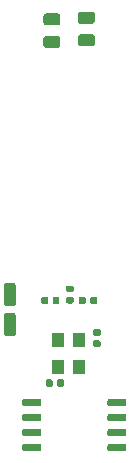
<source format=gbr>
G04 #@! TF.GenerationSoftware,KiCad,Pcbnew,5.1.5+dfsg1-2build2*
G04 #@! TF.CreationDate,2023-02-25T19:10:51+00:00*
G04 #@! TF.ProjectId,video-ram-replacement,76696465-6f2d-4726-916d-2d7265706c61,rev?*
G04 #@! TF.SameCoordinates,Original*
G04 #@! TF.FileFunction,Paste,Bot*
G04 #@! TF.FilePolarity,Positive*
%FSLAX46Y46*%
G04 Gerber Fmt 4.6, Leading zero omitted, Abs format (unit mm)*
G04 Created by KiCad (PCBNEW 5.1.5+dfsg1-2build2) date 2023-02-25 19:10:51*
%MOMM*%
%LPD*%
G04 APERTURE LIST*
%ADD10R,1.100000X1.300000*%
%ADD11C,0.150000*%
G04 APERTURE END LIST*
D10*
X102622000Y-116645000D03*
X100822000Y-118935000D03*
X102622000Y-118945000D03*
X100832000Y-116635000D03*
D11*
G36*
X97048504Y-111777204D02*
G01*
X97072773Y-111780804D01*
X97096571Y-111786765D01*
X97119671Y-111795030D01*
X97141849Y-111805520D01*
X97162893Y-111818133D01*
X97182598Y-111832747D01*
X97200777Y-111849223D01*
X97217253Y-111867402D01*
X97231867Y-111887107D01*
X97244480Y-111908151D01*
X97254970Y-111930329D01*
X97263235Y-111953429D01*
X97269196Y-111977227D01*
X97272796Y-112001496D01*
X97274000Y-112026000D01*
X97274000Y-113526000D01*
X97272796Y-113550504D01*
X97269196Y-113574773D01*
X97263235Y-113598571D01*
X97254970Y-113621671D01*
X97244480Y-113643849D01*
X97231867Y-113664893D01*
X97217253Y-113684598D01*
X97200777Y-113702777D01*
X97182598Y-113719253D01*
X97162893Y-113733867D01*
X97141849Y-113746480D01*
X97119671Y-113756970D01*
X97096571Y-113765235D01*
X97072773Y-113771196D01*
X97048504Y-113774796D01*
X97024000Y-113776000D01*
X96524000Y-113776000D01*
X96499496Y-113774796D01*
X96475227Y-113771196D01*
X96451429Y-113765235D01*
X96428329Y-113756970D01*
X96406151Y-113746480D01*
X96385107Y-113733867D01*
X96365402Y-113719253D01*
X96347223Y-113702777D01*
X96330747Y-113684598D01*
X96316133Y-113664893D01*
X96303520Y-113643849D01*
X96293030Y-113621671D01*
X96284765Y-113598571D01*
X96278804Y-113574773D01*
X96275204Y-113550504D01*
X96274000Y-113526000D01*
X96274000Y-112026000D01*
X96275204Y-112001496D01*
X96278804Y-111977227D01*
X96284765Y-111953429D01*
X96293030Y-111930329D01*
X96303520Y-111908151D01*
X96316133Y-111887107D01*
X96330747Y-111867402D01*
X96347223Y-111849223D01*
X96365402Y-111832747D01*
X96385107Y-111818133D01*
X96406151Y-111805520D01*
X96428329Y-111795030D01*
X96451429Y-111786765D01*
X96475227Y-111780804D01*
X96499496Y-111777204D01*
X96524000Y-111776000D01*
X97024000Y-111776000D01*
X97048504Y-111777204D01*
G37*
G36*
X97048504Y-114317204D02*
G01*
X97072773Y-114320804D01*
X97096571Y-114326765D01*
X97119671Y-114335030D01*
X97141849Y-114345520D01*
X97162893Y-114358133D01*
X97182598Y-114372747D01*
X97200777Y-114389223D01*
X97217253Y-114407402D01*
X97231867Y-114427107D01*
X97244480Y-114448151D01*
X97254970Y-114470329D01*
X97263235Y-114493429D01*
X97269196Y-114517227D01*
X97272796Y-114541496D01*
X97274000Y-114566000D01*
X97274000Y-116066000D01*
X97272796Y-116090504D01*
X97269196Y-116114773D01*
X97263235Y-116138571D01*
X97254970Y-116161671D01*
X97244480Y-116183849D01*
X97231867Y-116204893D01*
X97217253Y-116224598D01*
X97200777Y-116242777D01*
X97182598Y-116259253D01*
X97162893Y-116273867D01*
X97141849Y-116286480D01*
X97119671Y-116296970D01*
X97096571Y-116305235D01*
X97072773Y-116311196D01*
X97048504Y-116314796D01*
X97024000Y-116316000D01*
X96524000Y-116316000D01*
X96499496Y-116314796D01*
X96475227Y-116311196D01*
X96451429Y-116305235D01*
X96428329Y-116296970D01*
X96406151Y-116286480D01*
X96385107Y-116273867D01*
X96365402Y-116259253D01*
X96347223Y-116242777D01*
X96330747Y-116224598D01*
X96316133Y-116204893D01*
X96303520Y-116183849D01*
X96293030Y-116161671D01*
X96284765Y-116138571D01*
X96278804Y-116114773D01*
X96275204Y-116090504D01*
X96274000Y-116066000D01*
X96274000Y-114566000D01*
X96275204Y-114541496D01*
X96278804Y-114517227D01*
X96284765Y-114493429D01*
X96293030Y-114470329D01*
X96303520Y-114448151D01*
X96316133Y-114427107D01*
X96330747Y-114407402D01*
X96347223Y-114389223D01*
X96365402Y-114372747D01*
X96385107Y-114358133D01*
X96406151Y-114345520D01*
X96428329Y-114335030D01*
X96451429Y-114326765D01*
X96475227Y-114320804D01*
X96499496Y-114317204D01*
X96524000Y-114316000D01*
X97024000Y-114316000D01*
X97048504Y-114317204D01*
G37*
G36*
X99299703Y-121620722D02*
G01*
X99314264Y-121622882D01*
X99328543Y-121626459D01*
X99342403Y-121631418D01*
X99355710Y-121637712D01*
X99368336Y-121645280D01*
X99380159Y-121654048D01*
X99391066Y-121663934D01*
X99400952Y-121674841D01*
X99409720Y-121686664D01*
X99417288Y-121699290D01*
X99423582Y-121712597D01*
X99428541Y-121726457D01*
X99432118Y-121740736D01*
X99434278Y-121755297D01*
X99435000Y-121770000D01*
X99435000Y-122070000D01*
X99434278Y-122084703D01*
X99432118Y-122099264D01*
X99428541Y-122113543D01*
X99423582Y-122127403D01*
X99417288Y-122140710D01*
X99409720Y-122153336D01*
X99400952Y-122165159D01*
X99391066Y-122176066D01*
X99380159Y-122185952D01*
X99368336Y-122194720D01*
X99355710Y-122202288D01*
X99342403Y-122208582D01*
X99328543Y-122213541D01*
X99314264Y-122217118D01*
X99299703Y-122219278D01*
X99285000Y-122220000D01*
X97985000Y-122220000D01*
X97970297Y-122219278D01*
X97955736Y-122217118D01*
X97941457Y-122213541D01*
X97927597Y-122208582D01*
X97914290Y-122202288D01*
X97901664Y-122194720D01*
X97889841Y-122185952D01*
X97878934Y-122176066D01*
X97869048Y-122165159D01*
X97860280Y-122153336D01*
X97852712Y-122140710D01*
X97846418Y-122127403D01*
X97841459Y-122113543D01*
X97837882Y-122099264D01*
X97835722Y-122084703D01*
X97835000Y-122070000D01*
X97835000Y-121770000D01*
X97835722Y-121755297D01*
X97837882Y-121740736D01*
X97841459Y-121726457D01*
X97846418Y-121712597D01*
X97852712Y-121699290D01*
X97860280Y-121686664D01*
X97869048Y-121674841D01*
X97878934Y-121663934D01*
X97889841Y-121654048D01*
X97901664Y-121645280D01*
X97914290Y-121637712D01*
X97927597Y-121631418D01*
X97941457Y-121626459D01*
X97955736Y-121622882D01*
X97970297Y-121620722D01*
X97985000Y-121620000D01*
X99285000Y-121620000D01*
X99299703Y-121620722D01*
G37*
G36*
X99299703Y-122890722D02*
G01*
X99314264Y-122892882D01*
X99328543Y-122896459D01*
X99342403Y-122901418D01*
X99355710Y-122907712D01*
X99368336Y-122915280D01*
X99380159Y-122924048D01*
X99391066Y-122933934D01*
X99400952Y-122944841D01*
X99409720Y-122956664D01*
X99417288Y-122969290D01*
X99423582Y-122982597D01*
X99428541Y-122996457D01*
X99432118Y-123010736D01*
X99434278Y-123025297D01*
X99435000Y-123040000D01*
X99435000Y-123340000D01*
X99434278Y-123354703D01*
X99432118Y-123369264D01*
X99428541Y-123383543D01*
X99423582Y-123397403D01*
X99417288Y-123410710D01*
X99409720Y-123423336D01*
X99400952Y-123435159D01*
X99391066Y-123446066D01*
X99380159Y-123455952D01*
X99368336Y-123464720D01*
X99355710Y-123472288D01*
X99342403Y-123478582D01*
X99328543Y-123483541D01*
X99314264Y-123487118D01*
X99299703Y-123489278D01*
X99285000Y-123490000D01*
X97985000Y-123490000D01*
X97970297Y-123489278D01*
X97955736Y-123487118D01*
X97941457Y-123483541D01*
X97927597Y-123478582D01*
X97914290Y-123472288D01*
X97901664Y-123464720D01*
X97889841Y-123455952D01*
X97878934Y-123446066D01*
X97869048Y-123435159D01*
X97860280Y-123423336D01*
X97852712Y-123410710D01*
X97846418Y-123397403D01*
X97841459Y-123383543D01*
X97837882Y-123369264D01*
X97835722Y-123354703D01*
X97835000Y-123340000D01*
X97835000Y-123040000D01*
X97835722Y-123025297D01*
X97837882Y-123010736D01*
X97841459Y-122996457D01*
X97846418Y-122982597D01*
X97852712Y-122969290D01*
X97860280Y-122956664D01*
X97869048Y-122944841D01*
X97878934Y-122933934D01*
X97889841Y-122924048D01*
X97901664Y-122915280D01*
X97914290Y-122907712D01*
X97927597Y-122901418D01*
X97941457Y-122896459D01*
X97955736Y-122892882D01*
X97970297Y-122890722D01*
X97985000Y-122890000D01*
X99285000Y-122890000D01*
X99299703Y-122890722D01*
G37*
G36*
X99299703Y-124160722D02*
G01*
X99314264Y-124162882D01*
X99328543Y-124166459D01*
X99342403Y-124171418D01*
X99355710Y-124177712D01*
X99368336Y-124185280D01*
X99380159Y-124194048D01*
X99391066Y-124203934D01*
X99400952Y-124214841D01*
X99409720Y-124226664D01*
X99417288Y-124239290D01*
X99423582Y-124252597D01*
X99428541Y-124266457D01*
X99432118Y-124280736D01*
X99434278Y-124295297D01*
X99435000Y-124310000D01*
X99435000Y-124610000D01*
X99434278Y-124624703D01*
X99432118Y-124639264D01*
X99428541Y-124653543D01*
X99423582Y-124667403D01*
X99417288Y-124680710D01*
X99409720Y-124693336D01*
X99400952Y-124705159D01*
X99391066Y-124716066D01*
X99380159Y-124725952D01*
X99368336Y-124734720D01*
X99355710Y-124742288D01*
X99342403Y-124748582D01*
X99328543Y-124753541D01*
X99314264Y-124757118D01*
X99299703Y-124759278D01*
X99285000Y-124760000D01*
X97985000Y-124760000D01*
X97970297Y-124759278D01*
X97955736Y-124757118D01*
X97941457Y-124753541D01*
X97927597Y-124748582D01*
X97914290Y-124742288D01*
X97901664Y-124734720D01*
X97889841Y-124725952D01*
X97878934Y-124716066D01*
X97869048Y-124705159D01*
X97860280Y-124693336D01*
X97852712Y-124680710D01*
X97846418Y-124667403D01*
X97841459Y-124653543D01*
X97837882Y-124639264D01*
X97835722Y-124624703D01*
X97835000Y-124610000D01*
X97835000Y-124310000D01*
X97835722Y-124295297D01*
X97837882Y-124280736D01*
X97841459Y-124266457D01*
X97846418Y-124252597D01*
X97852712Y-124239290D01*
X97860280Y-124226664D01*
X97869048Y-124214841D01*
X97878934Y-124203934D01*
X97889841Y-124194048D01*
X97901664Y-124185280D01*
X97914290Y-124177712D01*
X97927597Y-124171418D01*
X97941457Y-124166459D01*
X97955736Y-124162882D01*
X97970297Y-124160722D01*
X97985000Y-124160000D01*
X99285000Y-124160000D01*
X99299703Y-124160722D01*
G37*
G36*
X99299703Y-125430722D02*
G01*
X99314264Y-125432882D01*
X99328543Y-125436459D01*
X99342403Y-125441418D01*
X99355710Y-125447712D01*
X99368336Y-125455280D01*
X99380159Y-125464048D01*
X99391066Y-125473934D01*
X99400952Y-125484841D01*
X99409720Y-125496664D01*
X99417288Y-125509290D01*
X99423582Y-125522597D01*
X99428541Y-125536457D01*
X99432118Y-125550736D01*
X99434278Y-125565297D01*
X99435000Y-125580000D01*
X99435000Y-125880000D01*
X99434278Y-125894703D01*
X99432118Y-125909264D01*
X99428541Y-125923543D01*
X99423582Y-125937403D01*
X99417288Y-125950710D01*
X99409720Y-125963336D01*
X99400952Y-125975159D01*
X99391066Y-125986066D01*
X99380159Y-125995952D01*
X99368336Y-126004720D01*
X99355710Y-126012288D01*
X99342403Y-126018582D01*
X99328543Y-126023541D01*
X99314264Y-126027118D01*
X99299703Y-126029278D01*
X99285000Y-126030000D01*
X97985000Y-126030000D01*
X97970297Y-126029278D01*
X97955736Y-126027118D01*
X97941457Y-126023541D01*
X97927597Y-126018582D01*
X97914290Y-126012288D01*
X97901664Y-126004720D01*
X97889841Y-125995952D01*
X97878934Y-125986066D01*
X97869048Y-125975159D01*
X97860280Y-125963336D01*
X97852712Y-125950710D01*
X97846418Y-125937403D01*
X97841459Y-125923543D01*
X97837882Y-125909264D01*
X97835722Y-125894703D01*
X97835000Y-125880000D01*
X97835000Y-125580000D01*
X97835722Y-125565297D01*
X97837882Y-125550736D01*
X97841459Y-125536457D01*
X97846418Y-125522597D01*
X97852712Y-125509290D01*
X97860280Y-125496664D01*
X97869048Y-125484841D01*
X97878934Y-125473934D01*
X97889841Y-125464048D01*
X97901664Y-125455280D01*
X97914290Y-125447712D01*
X97927597Y-125441418D01*
X97941457Y-125436459D01*
X97955736Y-125432882D01*
X97970297Y-125430722D01*
X97985000Y-125430000D01*
X99285000Y-125430000D01*
X99299703Y-125430722D01*
G37*
G36*
X106499703Y-125430722D02*
G01*
X106514264Y-125432882D01*
X106528543Y-125436459D01*
X106542403Y-125441418D01*
X106555710Y-125447712D01*
X106568336Y-125455280D01*
X106580159Y-125464048D01*
X106591066Y-125473934D01*
X106600952Y-125484841D01*
X106609720Y-125496664D01*
X106617288Y-125509290D01*
X106623582Y-125522597D01*
X106628541Y-125536457D01*
X106632118Y-125550736D01*
X106634278Y-125565297D01*
X106635000Y-125580000D01*
X106635000Y-125880000D01*
X106634278Y-125894703D01*
X106632118Y-125909264D01*
X106628541Y-125923543D01*
X106623582Y-125937403D01*
X106617288Y-125950710D01*
X106609720Y-125963336D01*
X106600952Y-125975159D01*
X106591066Y-125986066D01*
X106580159Y-125995952D01*
X106568336Y-126004720D01*
X106555710Y-126012288D01*
X106542403Y-126018582D01*
X106528543Y-126023541D01*
X106514264Y-126027118D01*
X106499703Y-126029278D01*
X106485000Y-126030000D01*
X105185000Y-126030000D01*
X105170297Y-126029278D01*
X105155736Y-126027118D01*
X105141457Y-126023541D01*
X105127597Y-126018582D01*
X105114290Y-126012288D01*
X105101664Y-126004720D01*
X105089841Y-125995952D01*
X105078934Y-125986066D01*
X105069048Y-125975159D01*
X105060280Y-125963336D01*
X105052712Y-125950710D01*
X105046418Y-125937403D01*
X105041459Y-125923543D01*
X105037882Y-125909264D01*
X105035722Y-125894703D01*
X105035000Y-125880000D01*
X105035000Y-125580000D01*
X105035722Y-125565297D01*
X105037882Y-125550736D01*
X105041459Y-125536457D01*
X105046418Y-125522597D01*
X105052712Y-125509290D01*
X105060280Y-125496664D01*
X105069048Y-125484841D01*
X105078934Y-125473934D01*
X105089841Y-125464048D01*
X105101664Y-125455280D01*
X105114290Y-125447712D01*
X105127597Y-125441418D01*
X105141457Y-125436459D01*
X105155736Y-125432882D01*
X105170297Y-125430722D01*
X105185000Y-125430000D01*
X106485000Y-125430000D01*
X106499703Y-125430722D01*
G37*
G36*
X106499703Y-124160722D02*
G01*
X106514264Y-124162882D01*
X106528543Y-124166459D01*
X106542403Y-124171418D01*
X106555710Y-124177712D01*
X106568336Y-124185280D01*
X106580159Y-124194048D01*
X106591066Y-124203934D01*
X106600952Y-124214841D01*
X106609720Y-124226664D01*
X106617288Y-124239290D01*
X106623582Y-124252597D01*
X106628541Y-124266457D01*
X106632118Y-124280736D01*
X106634278Y-124295297D01*
X106635000Y-124310000D01*
X106635000Y-124610000D01*
X106634278Y-124624703D01*
X106632118Y-124639264D01*
X106628541Y-124653543D01*
X106623582Y-124667403D01*
X106617288Y-124680710D01*
X106609720Y-124693336D01*
X106600952Y-124705159D01*
X106591066Y-124716066D01*
X106580159Y-124725952D01*
X106568336Y-124734720D01*
X106555710Y-124742288D01*
X106542403Y-124748582D01*
X106528543Y-124753541D01*
X106514264Y-124757118D01*
X106499703Y-124759278D01*
X106485000Y-124760000D01*
X105185000Y-124760000D01*
X105170297Y-124759278D01*
X105155736Y-124757118D01*
X105141457Y-124753541D01*
X105127597Y-124748582D01*
X105114290Y-124742288D01*
X105101664Y-124734720D01*
X105089841Y-124725952D01*
X105078934Y-124716066D01*
X105069048Y-124705159D01*
X105060280Y-124693336D01*
X105052712Y-124680710D01*
X105046418Y-124667403D01*
X105041459Y-124653543D01*
X105037882Y-124639264D01*
X105035722Y-124624703D01*
X105035000Y-124610000D01*
X105035000Y-124310000D01*
X105035722Y-124295297D01*
X105037882Y-124280736D01*
X105041459Y-124266457D01*
X105046418Y-124252597D01*
X105052712Y-124239290D01*
X105060280Y-124226664D01*
X105069048Y-124214841D01*
X105078934Y-124203934D01*
X105089841Y-124194048D01*
X105101664Y-124185280D01*
X105114290Y-124177712D01*
X105127597Y-124171418D01*
X105141457Y-124166459D01*
X105155736Y-124162882D01*
X105170297Y-124160722D01*
X105185000Y-124160000D01*
X106485000Y-124160000D01*
X106499703Y-124160722D01*
G37*
G36*
X106499703Y-122890722D02*
G01*
X106514264Y-122892882D01*
X106528543Y-122896459D01*
X106542403Y-122901418D01*
X106555710Y-122907712D01*
X106568336Y-122915280D01*
X106580159Y-122924048D01*
X106591066Y-122933934D01*
X106600952Y-122944841D01*
X106609720Y-122956664D01*
X106617288Y-122969290D01*
X106623582Y-122982597D01*
X106628541Y-122996457D01*
X106632118Y-123010736D01*
X106634278Y-123025297D01*
X106635000Y-123040000D01*
X106635000Y-123340000D01*
X106634278Y-123354703D01*
X106632118Y-123369264D01*
X106628541Y-123383543D01*
X106623582Y-123397403D01*
X106617288Y-123410710D01*
X106609720Y-123423336D01*
X106600952Y-123435159D01*
X106591066Y-123446066D01*
X106580159Y-123455952D01*
X106568336Y-123464720D01*
X106555710Y-123472288D01*
X106542403Y-123478582D01*
X106528543Y-123483541D01*
X106514264Y-123487118D01*
X106499703Y-123489278D01*
X106485000Y-123490000D01*
X105185000Y-123490000D01*
X105170297Y-123489278D01*
X105155736Y-123487118D01*
X105141457Y-123483541D01*
X105127597Y-123478582D01*
X105114290Y-123472288D01*
X105101664Y-123464720D01*
X105089841Y-123455952D01*
X105078934Y-123446066D01*
X105069048Y-123435159D01*
X105060280Y-123423336D01*
X105052712Y-123410710D01*
X105046418Y-123397403D01*
X105041459Y-123383543D01*
X105037882Y-123369264D01*
X105035722Y-123354703D01*
X105035000Y-123340000D01*
X105035000Y-123040000D01*
X105035722Y-123025297D01*
X105037882Y-123010736D01*
X105041459Y-122996457D01*
X105046418Y-122982597D01*
X105052712Y-122969290D01*
X105060280Y-122956664D01*
X105069048Y-122944841D01*
X105078934Y-122933934D01*
X105089841Y-122924048D01*
X105101664Y-122915280D01*
X105114290Y-122907712D01*
X105127597Y-122901418D01*
X105141457Y-122896459D01*
X105155736Y-122892882D01*
X105170297Y-122890722D01*
X105185000Y-122890000D01*
X106485000Y-122890000D01*
X106499703Y-122890722D01*
G37*
G36*
X106499703Y-121620722D02*
G01*
X106514264Y-121622882D01*
X106528543Y-121626459D01*
X106542403Y-121631418D01*
X106555710Y-121637712D01*
X106568336Y-121645280D01*
X106580159Y-121654048D01*
X106591066Y-121663934D01*
X106600952Y-121674841D01*
X106609720Y-121686664D01*
X106617288Y-121699290D01*
X106623582Y-121712597D01*
X106628541Y-121726457D01*
X106632118Y-121740736D01*
X106634278Y-121755297D01*
X106635000Y-121770000D01*
X106635000Y-122070000D01*
X106634278Y-122084703D01*
X106632118Y-122099264D01*
X106628541Y-122113543D01*
X106623582Y-122127403D01*
X106617288Y-122140710D01*
X106609720Y-122153336D01*
X106600952Y-122165159D01*
X106591066Y-122176066D01*
X106580159Y-122185952D01*
X106568336Y-122194720D01*
X106555710Y-122202288D01*
X106542403Y-122208582D01*
X106528543Y-122213541D01*
X106514264Y-122217118D01*
X106499703Y-122219278D01*
X106485000Y-122220000D01*
X105185000Y-122220000D01*
X105170297Y-122219278D01*
X105155736Y-122217118D01*
X105141457Y-122213541D01*
X105127597Y-122208582D01*
X105114290Y-122202288D01*
X105101664Y-122194720D01*
X105089841Y-122185952D01*
X105078934Y-122176066D01*
X105069048Y-122165159D01*
X105060280Y-122153336D01*
X105052712Y-122140710D01*
X105046418Y-122127403D01*
X105041459Y-122113543D01*
X105037882Y-122099264D01*
X105035722Y-122084703D01*
X105035000Y-122070000D01*
X105035000Y-121770000D01*
X105035722Y-121755297D01*
X105037882Y-121740736D01*
X105041459Y-121726457D01*
X105046418Y-121712597D01*
X105052712Y-121699290D01*
X105060280Y-121686664D01*
X105069048Y-121674841D01*
X105078934Y-121663934D01*
X105089841Y-121654048D01*
X105101664Y-121645280D01*
X105114290Y-121637712D01*
X105127597Y-121631418D01*
X105141457Y-121626459D01*
X105155736Y-121622882D01*
X105170297Y-121620722D01*
X105185000Y-121620000D01*
X106485000Y-121620000D01*
X106499703Y-121620722D01*
G37*
G36*
X103750504Y-88848204D02*
G01*
X103774773Y-88851804D01*
X103798571Y-88857765D01*
X103821671Y-88866030D01*
X103843849Y-88876520D01*
X103864893Y-88889133D01*
X103884598Y-88903747D01*
X103902777Y-88920223D01*
X103919253Y-88938402D01*
X103933867Y-88958107D01*
X103946480Y-88979151D01*
X103956970Y-89001329D01*
X103965235Y-89024429D01*
X103971196Y-89048227D01*
X103974796Y-89072496D01*
X103976000Y-89097000D01*
X103976000Y-89597000D01*
X103974796Y-89621504D01*
X103971196Y-89645773D01*
X103965235Y-89669571D01*
X103956970Y-89692671D01*
X103946480Y-89714849D01*
X103933867Y-89735893D01*
X103919253Y-89755598D01*
X103902777Y-89773777D01*
X103884598Y-89790253D01*
X103864893Y-89804867D01*
X103843849Y-89817480D01*
X103821671Y-89827970D01*
X103798571Y-89836235D01*
X103774773Y-89842196D01*
X103750504Y-89845796D01*
X103726000Y-89847000D01*
X102776000Y-89847000D01*
X102751496Y-89845796D01*
X102727227Y-89842196D01*
X102703429Y-89836235D01*
X102680329Y-89827970D01*
X102658151Y-89817480D01*
X102637107Y-89804867D01*
X102617402Y-89790253D01*
X102599223Y-89773777D01*
X102582747Y-89755598D01*
X102568133Y-89735893D01*
X102555520Y-89714849D01*
X102545030Y-89692671D01*
X102536765Y-89669571D01*
X102530804Y-89645773D01*
X102527204Y-89621504D01*
X102526000Y-89597000D01*
X102526000Y-89097000D01*
X102527204Y-89072496D01*
X102530804Y-89048227D01*
X102536765Y-89024429D01*
X102545030Y-89001329D01*
X102555520Y-88979151D01*
X102568133Y-88958107D01*
X102582747Y-88938402D01*
X102599223Y-88920223D01*
X102617402Y-88903747D01*
X102637107Y-88889133D01*
X102658151Y-88876520D01*
X102680329Y-88866030D01*
X102703429Y-88857765D01*
X102727227Y-88851804D01*
X102751496Y-88848204D01*
X102776000Y-88847000D01*
X103726000Y-88847000D01*
X103750504Y-88848204D01*
G37*
G36*
X103750504Y-90748204D02*
G01*
X103774773Y-90751804D01*
X103798571Y-90757765D01*
X103821671Y-90766030D01*
X103843849Y-90776520D01*
X103864893Y-90789133D01*
X103884598Y-90803747D01*
X103902777Y-90820223D01*
X103919253Y-90838402D01*
X103933867Y-90858107D01*
X103946480Y-90879151D01*
X103956970Y-90901329D01*
X103965235Y-90924429D01*
X103971196Y-90948227D01*
X103974796Y-90972496D01*
X103976000Y-90997000D01*
X103976000Y-91497000D01*
X103974796Y-91521504D01*
X103971196Y-91545773D01*
X103965235Y-91569571D01*
X103956970Y-91592671D01*
X103946480Y-91614849D01*
X103933867Y-91635893D01*
X103919253Y-91655598D01*
X103902777Y-91673777D01*
X103884598Y-91690253D01*
X103864893Y-91704867D01*
X103843849Y-91717480D01*
X103821671Y-91727970D01*
X103798571Y-91736235D01*
X103774773Y-91742196D01*
X103750504Y-91745796D01*
X103726000Y-91747000D01*
X102776000Y-91747000D01*
X102751496Y-91745796D01*
X102727227Y-91742196D01*
X102703429Y-91736235D01*
X102680329Y-91727970D01*
X102658151Y-91717480D01*
X102637107Y-91704867D01*
X102617402Y-91690253D01*
X102599223Y-91673777D01*
X102582747Y-91655598D01*
X102568133Y-91635893D01*
X102555520Y-91614849D01*
X102545030Y-91592671D01*
X102536765Y-91569571D01*
X102530804Y-91545773D01*
X102527204Y-91521504D01*
X102526000Y-91497000D01*
X102526000Y-90997000D01*
X102527204Y-90972496D01*
X102530804Y-90948227D01*
X102536765Y-90924429D01*
X102545030Y-90901329D01*
X102555520Y-90879151D01*
X102568133Y-90858107D01*
X102582747Y-90838402D01*
X102599223Y-90820223D01*
X102617402Y-90803747D01*
X102637107Y-90789133D01*
X102658151Y-90776520D01*
X102680329Y-90766030D01*
X102703429Y-90757765D01*
X102727227Y-90751804D01*
X102751496Y-90748204D01*
X102776000Y-90747000D01*
X103726000Y-90747000D01*
X103750504Y-90748204D01*
G37*
G36*
X100829504Y-90875204D02*
G01*
X100853773Y-90878804D01*
X100877571Y-90884765D01*
X100900671Y-90893030D01*
X100922849Y-90903520D01*
X100943893Y-90916133D01*
X100963598Y-90930747D01*
X100981777Y-90947223D01*
X100998253Y-90965402D01*
X101012867Y-90985107D01*
X101025480Y-91006151D01*
X101035970Y-91028329D01*
X101044235Y-91051429D01*
X101050196Y-91075227D01*
X101053796Y-91099496D01*
X101055000Y-91124000D01*
X101055000Y-91624000D01*
X101053796Y-91648504D01*
X101050196Y-91672773D01*
X101044235Y-91696571D01*
X101035970Y-91719671D01*
X101025480Y-91741849D01*
X101012867Y-91762893D01*
X100998253Y-91782598D01*
X100981777Y-91800777D01*
X100963598Y-91817253D01*
X100943893Y-91831867D01*
X100922849Y-91844480D01*
X100900671Y-91854970D01*
X100877571Y-91863235D01*
X100853773Y-91869196D01*
X100829504Y-91872796D01*
X100805000Y-91874000D01*
X99855000Y-91874000D01*
X99830496Y-91872796D01*
X99806227Y-91869196D01*
X99782429Y-91863235D01*
X99759329Y-91854970D01*
X99737151Y-91844480D01*
X99716107Y-91831867D01*
X99696402Y-91817253D01*
X99678223Y-91800777D01*
X99661747Y-91782598D01*
X99647133Y-91762893D01*
X99634520Y-91741849D01*
X99624030Y-91719671D01*
X99615765Y-91696571D01*
X99609804Y-91672773D01*
X99606204Y-91648504D01*
X99605000Y-91624000D01*
X99605000Y-91124000D01*
X99606204Y-91099496D01*
X99609804Y-91075227D01*
X99615765Y-91051429D01*
X99624030Y-91028329D01*
X99634520Y-91006151D01*
X99647133Y-90985107D01*
X99661747Y-90965402D01*
X99678223Y-90947223D01*
X99696402Y-90930747D01*
X99716107Y-90916133D01*
X99737151Y-90903520D01*
X99759329Y-90893030D01*
X99782429Y-90884765D01*
X99806227Y-90878804D01*
X99830496Y-90875204D01*
X99855000Y-90874000D01*
X100805000Y-90874000D01*
X100829504Y-90875204D01*
G37*
G36*
X100829504Y-88975204D02*
G01*
X100853773Y-88978804D01*
X100877571Y-88984765D01*
X100900671Y-88993030D01*
X100922849Y-89003520D01*
X100943893Y-89016133D01*
X100963598Y-89030747D01*
X100981777Y-89047223D01*
X100998253Y-89065402D01*
X101012867Y-89085107D01*
X101025480Y-89106151D01*
X101035970Y-89128329D01*
X101044235Y-89151429D01*
X101050196Y-89175227D01*
X101053796Y-89199496D01*
X101055000Y-89224000D01*
X101055000Y-89724000D01*
X101053796Y-89748504D01*
X101050196Y-89772773D01*
X101044235Y-89796571D01*
X101035970Y-89819671D01*
X101025480Y-89841849D01*
X101012867Y-89862893D01*
X100998253Y-89882598D01*
X100981777Y-89900777D01*
X100963598Y-89917253D01*
X100943893Y-89931867D01*
X100922849Y-89944480D01*
X100900671Y-89954970D01*
X100877571Y-89963235D01*
X100853773Y-89969196D01*
X100829504Y-89972796D01*
X100805000Y-89974000D01*
X99855000Y-89974000D01*
X99830496Y-89972796D01*
X99806227Y-89969196D01*
X99782429Y-89963235D01*
X99759329Y-89954970D01*
X99737151Y-89944480D01*
X99716107Y-89931867D01*
X99696402Y-89917253D01*
X99678223Y-89900777D01*
X99661747Y-89882598D01*
X99647133Y-89862893D01*
X99634520Y-89841849D01*
X99624030Y-89819671D01*
X99615765Y-89796571D01*
X99609804Y-89772773D01*
X99606204Y-89748504D01*
X99605000Y-89724000D01*
X99605000Y-89224000D01*
X99606204Y-89199496D01*
X99609804Y-89175227D01*
X99615765Y-89151429D01*
X99624030Y-89128329D01*
X99634520Y-89106151D01*
X99647133Y-89085107D01*
X99661747Y-89065402D01*
X99678223Y-89047223D01*
X99696402Y-89030747D01*
X99716107Y-89016133D01*
X99737151Y-89003520D01*
X99759329Y-88993030D01*
X99782429Y-88984765D01*
X99806227Y-88978804D01*
X99830496Y-88975204D01*
X99855000Y-88974000D01*
X100805000Y-88974000D01*
X100829504Y-88975204D01*
G37*
G36*
X104323722Y-115699674D02*
G01*
X104337313Y-115701690D01*
X104350640Y-115705028D01*
X104363576Y-115709657D01*
X104375996Y-115715531D01*
X104387780Y-115722594D01*
X104398815Y-115730779D01*
X104408995Y-115740005D01*
X104418221Y-115750185D01*
X104426406Y-115761220D01*
X104433469Y-115773004D01*
X104439343Y-115785424D01*
X104443972Y-115798360D01*
X104447310Y-115811687D01*
X104449326Y-115825278D01*
X104450000Y-115839000D01*
X104450000Y-116119000D01*
X104449326Y-116132722D01*
X104447310Y-116146313D01*
X104443972Y-116159640D01*
X104439343Y-116172576D01*
X104433469Y-116184996D01*
X104426406Y-116196780D01*
X104418221Y-116207815D01*
X104408995Y-116217995D01*
X104398815Y-116227221D01*
X104387780Y-116235406D01*
X104375996Y-116242469D01*
X104363576Y-116248343D01*
X104350640Y-116252972D01*
X104337313Y-116256310D01*
X104323722Y-116258326D01*
X104310000Y-116259000D01*
X103970000Y-116259000D01*
X103956278Y-116258326D01*
X103942687Y-116256310D01*
X103929360Y-116252972D01*
X103916424Y-116248343D01*
X103904004Y-116242469D01*
X103892220Y-116235406D01*
X103881185Y-116227221D01*
X103871005Y-116217995D01*
X103861779Y-116207815D01*
X103853594Y-116196780D01*
X103846531Y-116184996D01*
X103840657Y-116172576D01*
X103836028Y-116159640D01*
X103832690Y-116146313D01*
X103830674Y-116132722D01*
X103830000Y-116119000D01*
X103830000Y-115839000D01*
X103830674Y-115825278D01*
X103832690Y-115811687D01*
X103836028Y-115798360D01*
X103840657Y-115785424D01*
X103846531Y-115773004D01*
X103853594Y-115761220D01*
X103861779Y-115750185D01*
X103871005Y-115740005D01*
X103881185Y-115730779D01*
X103892220Y-115722594D01*
X103904004Y-115715531D01*
X103916424Y-115709657D01*
X103929360Y-115705028D01*
X103942687Y-115701690D01*
X103956278Y-115699674D01*
X103970000Y-115699000D01*
X104310000Y-115699000D01*
X104323722Y-115699674D01*
G37*
G36*
X104323722Y-116659674D02*
G01*
X104337313Y-116661690D01*
X104350640Y-116665028D01*
X104363576Y-116669657D01*
X104375996Y-116675531D01*
X104387780Y-116682594D01*
X104398815Y-116690779D01*
X104408995Y-116700005D01*
X104418221Y-116710185D01*
X104426406Y-116721220D01*
X104433469Y-116733004D01*
X104439343Y-116745424D01*
X104443972Y-116758360D01*
X104447310Y-116771687D01*
X104449326Y-116785278D01*
X104450000Y-116799000D01*
X104450000Y-117079000D01*
X104449326Y-117092722D01*
X104447310Y-117106313D01*
X104443972Y-117119640D01*
X104439343Y-117132576D01*
X104433469Y-117144996D01*
X104426406Y-117156780D01*
X104418221Y-117167815D01*
X104408995Y-117177995D01*
X104398815Y-117187221D01*
X104387780Y-117195406D01*
X104375996Y-117202469D01*
X104363576Y-117208343D01*
X104350640Y-117212972D01*
X104337313Y-117216310D01*
X104323722Y-117218326D01*
X104310000Y-117219000D01*
X103970000Y-117219000D01*
X103956278Y-117218326D01*
X103942687Y-117216310D01*
X103929360Y-117212972D01*
X103916424Y-117208343D01*
X103904004Y-117202469D01*
X103892220Y-117195406D01*
X103881185Y-117187221D01*
X103871005Y-117177995D01*
X103861779Y-117167815D01*
X103853594Y-117156780D01*
X103846531Y-117144996D01*
X103840657Y-117132576D01*
X103836028Y-117119640D01*
X103832690Y-117106313D01*
X103830674Y-117092722D01*
X103830000Y-117079000D01*
X103830000Y-116799000D01*
X103830674Y-116785278D01*
X103832690Y-116771687D01*
X103836028Y-116758360D01*
X103840657Y-116745424D01*
X103846531Y-116733004D01*
X103853594Y-116721220D01*
X103861779Y-116710185D01*
X103871005Y-116700005D01*
X103881185Y-116690779D01*
X103892220Y-116682594D01*
X103904004Y-116675531D01*
X103916424Y-116669657D01*
X103929360Y-116665028D01*
X103942687Y-116661690D01*
X103956278Y-116659674D01*
X103970000Y-116659000D01*
X104310000Y-116659000D01*
X104323722Y-116659674D01*
G37*
G36*
X102037722Y-112016674D02*
G01*
X102051313Y-112018690D01*
X102064640Y-112022028D01*
X102077576Y-112026657D01*
X102089996Y-112032531D01*
X102101780Y-112039594D01*
X102112815Y-112047779D01*
X102122995Y-112057005D01*
X102132221Y-112067185D01*
X102140406Y-112078220D01*
X102147469Y-112090004D01*
X102153343Y-112102424D01*
X102157972Y-112115360D01*
X102161310Y-112128687D01*
X102163326Y-112142278D01*
X102164000Y-112156000D01*
X102164000Y-112436000D01*
X102163326Y-112449722D01*
X102161310Y-112463313D01*
X102157972Y-112476640D01*
X102153343Y-112489576D01*
X102147469Y-112501996D01*
X102140406Y-112513780D01*
X102132221Y-112524815D01*
X102122995Y-112534995D01*
X102112815Y-112544221D01*
X102101780Y-112552406D01*
X102089996Y-112559469D01*
X102077576Y-112565343D01*
X102064640Y-112569972D01*
X102051313Y-112573310D01*
X102037722Y-112575326D01*
X102024000Y-112576000D01*
X101684000Y-112576000D01*
X101670278Y-112575326D01*
X101656687Y-112573310D01*
X101643360Y-112569972D01*
X101630424Y-112565343D01*
X101618004Y-112559469D01*
X101606220Y-112552406D01*
X101595185Y-112544221D01*
X101585005Y-112534995D01*
X101575779Y-112524815D01*
X101567594Y-112513780D01*
X101560531Y-112501996D01*
X101554657Y-112489576D01*
X101550028Y-112476640D01*
X101546690Y-112463313D01*
X101544674Y-112449722D01*
X101544000Y-112436000D01*
X101544000Y-112156000D01*
X101544674Y-112142278D01*
X101546690Y-112128687D01*
X101550028Y-112115360D01*
X101554657Y-112102424D01*
X101560531Y-112090004D01*
X101567594Y-112078220D01*
X101575779Y-112067185D01*
X101585005Y-112057005D01*
X101595185Y-112047779D01*
X101606220Y-112039594D01*
X101618004Y-112032531D01*
X101630424Y-112026657D01*
X101643360Y-112022028D01*
X101656687Y-112018690D01*
X101670278Y-112016674D01*
X101684000Y-112016000D01*
X102024000Y-112016000D01*
X102037722Y-112016674D01*
G37*
G36*
X102037722Y-112976674D02*
G01*
X102051313Y-112978690D01*
X102064640Y-112982028D01*
X102077576Y-112986657D01*
X102089996Y-112992531D01*
X102101780Y-112999594D01*
X102112815Y-113007779D01*
X102122995Y-113017005D01*
X102132221Y-113027185D01*
X102140406Y-113038220D01*
X102147469Y-113050004D01*
X102153343Y-113062424D01*
X102157972Y-113075360D01*
X102161310Y-113088687D01*
X102163326Y-113102278D01*
X102164000Y-113116000D01*
X102164000Y-113396000D01*
X102163326Y-113409722D01*
X102161310Y-113423313D01*
X102157972Y-113436640D01*
X102153343Y-113449576D01*
X102147469Y-113461996D01*
X102140406Y-113473780D01*
X102132221Y-113484815D01*
X102122995Y-113494995D01*
X102112815Y-113504221D01*
X102101780Y-113512406D01*
X102089996Y-113519469D01*
X102077576Y-113525343D01*
X102064640Y-113529972D01*
X102051313Y-113533310D01*
X102037722Y-113535326D01*
X102024000Y-113536000D01*
X101684000Y-113536000D01*
X101670278Y-113535326D01*
X101656687Y-113533310D01*
X101643360Y-113529972D01*
X101630424Y-113525343D01*
X101618004Y-113519469D01*
X101606220Y-113512406D01*
X101595185Y-113504221D01*
X101585005Y-113494995D01*
X101575779Y-113484815D01*
X101567594Y-113473780D01*
X101560531Y-113461996D01*
X101554657Y-113449576D01*
X101550028Y-113436640D01*
X101546690Y-113423313D01*
X101544674Y-113409722D01*
X101544000Y-113396000D01*
X101544000Y-113116000D01*
X101544674Y-113102278D01*
X101546690Y-113088687D01*
X101550028Y-113075360D01*
X101554657Y-113062424D01*
X101560531Y-113050004D01*
X101567594Y-113038220D01*
X101575779Y-113027185D01*
X101585005Y-113017005D01*
X101595185Y-113007779D01*
X101606220Y-112999594D01*
X101618004Y-112992531D01*
X101630424Y-112986657D01*
X101643360Y-112982028D01*
X101656687Y-112978690D01*
X101670278Y-112976674D01*
X101684000Y-112976000D01*
X102024000Y-112976000D01*
X102037722Y-112976674D01*
G37*
G36*
X101217722Y-119959674D02*
G01*
X101231313Y-119961690D01*
X101244640Y-119965028D01*
X101257576Y-119969657D01*
X101269996Y-119975531D01*
X101281780Y-119982594D01*
X101292815Y-119990779D01*
X101302995Y-120000005D01*
X101312221Y-120010185D01*
X101320406Y-120021220D01*
X101327469Y-120033004D01*
X101333343Y-120045424D01*
X101337972Y-120058360D01*
X101341310Y-120071687D01*
X101343326Y-120085278D01*
X101344000Y-120099000D01*
X101344000Y-120439000D01*
X101343326Y-120452722D01*
X101341310Y-120466313D01*
X101337972Y-120479640D01*
X101333343Y-120492576D01*
X101327469Y-120504996D01*
X101320406Y-120516780D01*
X101312221Y-120527815D01*
X101302995Y-120537995D01*
X101292815Y-120547221D01*
X101281780Y-120555406D01*
X101269996Y-120562469D01*
X101257576Y-120568343D01*
X101244640Y-120572972D01*
X101231313Y-120576310D01*
X101217722Y-120578326D01*
X101204000Y-120579000D01*
X100924000Y-120579000D01*
X100910278Y-120578326D01*
X100896687Y-120576310D01*
X100883360Y-120572972D01*
X100870424Y-120568343D01*
X100858004Y-120562469D01*
X100846220Y-120555406D01*
X100835185Y-120547221D01*
X100825005Y-120537995D01*
X100815779Y-120527815D01*
X100807594Y-120516780D01*
X100800531Y-120504996D01*
X100794657Y-120492576D01*
X100790028Y-120479640D01*
X100786690Y-120466313D01*
X100784674Y-120452722D01*
X100784000Y-120439000D01*
X100784000Y-120099000D01*
X100784674Y-120085278D01*
X100786690Y-120071687D01*
X100790028Y-120058360D01*
X100794657Y-120045424D01*
X100800531Y-120033004D01*
X100807594Y-120021220D01*
X100815779Y-120010185D01*
X100825005Y-120000005D01*
X100835185Y-119990779D01*
X100846220Y-119982594D01*
X100858004Y-119975531D01*
X100870424Y-119969657D01*
X100883360Y-119965028D01*
X100896687Y-119961690D01*
X100910278Y-119959674D01*
X100924000Y-119959000D01*
X101204000Y-119959000D01*
X101217722Y-119959674D01*
G37*
G36*
X100257722Y-119959674D02*
G01*
X100271313Y-119961690D01*
X100284640Y-119965028D01*
X100297576Y-119969657D01*
X100309996Y-119975531D01*
X100321780Y-119982594D01*
X100332815Y-119990779D01*
X100342995Y-120000005D01*
X100352221Y-120010185D01*
X100360406Y-120021220D01*
X100367469Y-120033004D01*
X100373343Y-120045424D01*
X100377972Y-120058360D01*
X100381310Y-120071687D01*
X100383326Y-120085278D01*
X100384000Y-120099000D01*
X100384000Y-120439000D01*
X100383326Y-120452722D01*
X100381310Y-120466313D01*
X100377972Y-120479640D01*
X100373343Y-120492576D01*
X100367469Y-120504996D01*
X100360406Y-120516780D01*
X100352221Y-120527815D01*
X100342995Y-120537995D01*
X100332815Y-120547221D01*
X100321780Y-120555406D01*
X100309996Y-120562469D01*
X100297576Y-120568343D01*
X100284640Y-120572972D01*
X100271313Y-120576310D01*
X100257722Y-120578326D01*
X100244000Y-120579000D01*
X99964000Y-120579000D01*
X99950278Y-120578326D01*
X99936687Y-120576310D01*
X99923360Y-120572972D01*
X99910424Y-120568343D01*
X99898004Y-120562469D01*
X99886220Y-120555406D01*
X99875185Y-120547221D01*
X99865005Y-120537995D01*
X99855779Y-120527815D01*
X99847594Y-120516780D01*
X99840531Y-120504996D01*
X99834657Y-120492576D01*
X99830028Y-120479640D01*
X99826690Y-120466313D01*
X99824674Y-120452722D01*
X99824000Y-120439000D01*
X99824000Y-120099000D01*
X99824674Y-120085278D01*
X99826690Y-120071687D01*
X99830028Y-120058360D01*
X99834657Y-120045424D01*
X99840531Y-120033004D01*
X99847594Y-120021220D01*
X99855779Y-120010185D01*
X99865005Y-120000005D01*
X99875185Y-119990779D01*
X99886220Y-119982594D01*
X99898004Y-119975531D01*
X99910424Y-119969657D01*
X99923360Y-119965028D01*
X99936687Y-119961690D01*
X99950278Y-119959674D01*
X99964000Y-119959000D01*
X100244000Y-119959000D01*
X100257722Y-119959674D01*
G37*
G36*
X99876722Y-112974674D02*
G01*
X99890313Y-112976690D01*
X99903640Y-112980028D01*
X99916576Y-112984657D01*
X99928996Y-112990531D01*
X99940780Y-112997594D01*
X99951815Y-113005779D01*
X99961995Y-113015005D01*
X99971221Y-113025185D01*
X99979406Y-113036220D01*
X99986469Y-113048004D01*
X99992343Y-113060424D01*
X99996972Y-113073360D01*
X100000310Y-113086687D01*
X100002326Y-113100278D01*
X100003000Y-113114000D01*
X100003000Y-113454000D01*
X100002326Y-113467722D01*
X100000310Y-113481313D01*
X99996972Y-113494640D01*
X99992343Y-113507576D01*
X99986469Y-113519996D01*
X99979406Y-113531780D01*
X99971221Y-113542815D01*
X99961995Y-113552995D01*
X99951815Y-113562221D01*
X99940780Y-113570406D01*
X99928996Y-113577469D01*
X99916576Y-113583343D01*
X99903640Y-113587972D01*
X99890313Y-113591310D01*
X99876722Y-113593326D01*
X99863000Y-113594000D01*
X99583000Y-113594000D01*
X99569278Y-113593326D01*
X99555687Y-113591310D01*
X99542360Y-113587972D01*
X99529424Y-113583343D01*
X99517004Y-113577469D01*
X99505220Y-113570406D01*
X99494185Y-113562221D01*
X99484005Y-113552995D01*
X99474779Y-113542815D01*
X99466594Y-113531780D01*
X99459531Y-113519996D01*
X99453657Y-113507576D01*
X99449028Y-113494640D01*
X99445690Y-113481313D01*
X99443674Y-113467722D01*
X99443000Y-113454000D01*
X99443000Y-113114000D01*
X99443674Y-113100278D01*
X99445690Y-113086687D01*
X99449028Y-113073360D01*
X99453657Y-113060424D01*
X99459531Y-113048004D01*
X99466594Y-113036220D01*
X99474779Y-113025185D01*
X99484005Y-113015005D01*
X99494185Y-113005779D01*
X99505220Y-112997594D01*
X99517004Y-112990531D01*
X99529424Y-112984657D01*
X99542360Y-112980028D01*
X99555687Y-112976690D01*
X99569278Y-112974674D01*
X99583000Y-112974000D01*
X99863000Y-112974000D01*
X99876722Y-112974674D01*
G37*
G36*
X100836722Y-112974674D02*
G01*
X100850313Y-112976690D01*
X100863640Y-112980028D01*
X100876576Y-112984657D01*
X100888996Y-112990531D01*
X100900780Y-112997594D01*
X100911815Y-113005779D01*
X100921995Y-113015005D01*
X100931221Y-113025185D01*
X100939406Y-113036220D01*
X100946469Y-113048004D01*
X100952343Y-113060424D01*
X100956972Y-113073360D01*
X100960310Y-113086687D01*
X100962326Y-113100278D01*
X100963000Y-113114000D01*
X100963000Y-113454000D01*
X100962326Y-113467722D01*
X100960310Y-113481313D01*
X100956972Y-113494640D01*
X100952343Y-113507576D01*
X100946469Y-113519996D01*
X100939406Y-113531780D01*
X100931221Y-113542815D01*
X100921995Y-113552995D01*
X100911815Y-113562221D01*
X100900780Y-113570406D01*
X100888996Y-113577469D01*
X100876576Y-113583343D01*
X100863640Y-113587972D01*
X100850313Y-113591310D01*
X100836722Y-113593326D01*
X100823000Y-113594000D01*
X100543000Y-113594000D01*
X100529278Y-113593326D01*
X100515687Y-113591310D01*
X100502360Y-113587972D01*
X100489424Y-113583343D01*
X100477004Y-113577469D01*
X100465220Y-113570406D01*
X100454185Y-113562221D01*
X100444005Y-113552995D01*
X100434779Y-113542815D01*
X100426594Y-113531780D01*
X100419531Y-113519996D01*
X100413657Y-113507576D01*
X100409028Y-113494640D01*
X100405690Y-113481313D01*
X100403674Y-113467722D01*
X100403000Y-113454000D01*
X100403000Y-113114000D01*
X100403674Y-113100278D01*
X100405690Y-113086687D01*
X100409028Y-113073360D01*
X100413657Y-113060424D01*
X100419531Y-113048004D01*
X100426594Y-113036220D01*
X100434779Y-113025185D01*
X100444005Y-113015005D01*
X100454185Y-113005779D01*
X100465220Y-112997594D01*
X100477004Y-112990531D01*
X100489424Y-112984657D01*
X100502360Y-112980028D01*
X100515687Y-112976690D01*
X100529278Y-112974674D01*
X100543000Y-112974000D01*
X100823000Y-112974000D01*
X100836722Y-112974674D01*
G37*
G36*
X104011722Y-112974674D02*
G01*
X104025313Y-112976690D01*
X104038640Y-112980028D01*
X104051576Y-112984657D01*
X104063996Y-112990531D01*
X104075780Y-112997594D01*
X104086815Y-113005779D01*
X104096995Y-113015005D01*
X104106221Y-113025185D01*
X104114406Y-113036220D01*
X104121469Y-113048004D01*
X104127343Y-113060424D01*
X104131972Y-113073360D01*
X104135310Y-113086687D01*
X104137326Y-113100278D01*
X104138000Y-113114000D01*
X104138000Y-113454000D01*
X104137326Y-113467722D01*
X104135310Y-113481313D01*
X104131972Y-113494640D01*
X104127343Y-113507576D01*
X104121469Y-113519996D01*
X104114406Y-113531780D01*
X104106221Y-113542815D01*
X104096995Y-113552995D01*
X104086815Y-113562221D01*
X104075780Y-113570406D01*
X104063996Y-113577469D01*
X104051576Y-113583343D01*
X104038640Y-113587972D01*
X104025313Y-113591310D01*
X104011722Y-113593326D01*
X103998000Y-113594000D01*
X103718000Y-113594000D01*
X103704278Y-113593326D01*
X103690687Y-113591310D01*
X103677360Y-113587972D01*
X103664424Y-113583343D01*
X103652004Y-113577469D01*
X103640220Y-113570406D01*
X103629185Y-113562221D01*
X103619005Y-113552995D01*
X103609779Y-113542815D01*
X103601594Y-113531780D01*
X103594531Y-113519996D01*
X103588657Y-113507576D01*
X103584028Y-113494640D01*
X103580690Y-113481313D01*
X103578674Y-113467722D01*
X103578000Y-113454000D01*
X103578000Y-113114000D01*
X103578674Y-113100278D01*
X103580690Y-113086687D01*
X103584028Y-113073360D01*
X103588657Y-113060424D01*
X103594531Y-113048004D01*
X103601594Y-113036220D01*
X103609779Y-113025185D01*
X103619005Y-113015005D01*
X103629185Y-113005779D01*
X103640220Y-112997594D01*
X103652004Y-112990531D01*
X103664424Y-112984657D01*
X103677360Y-112980028D01*
X103690687Y-112976690D01*
X103704278Y-112974674D01*
X103718000Y-112974000D01*
X103998000Y-112974000D01*
X104011722Y-112974674D01*
G37*
G36*
X103051722Y-112974674D02*
G01*
X103065313Y-112976690D01*
X103078640Y-112980028D01*
X103091576Y-112984657D01*
X103103996Y-112990531D01*
X103115780Y-112997594D01*
X103126815Y-113005779D01*
X103136995Y-113015005D01*
X103146221Y-113025185D01*
X103154406Y-113036220D01*
X103161469Y-113048004D01*
X103167343Y-113060424D01*
X103171972Y-113073360D01*
X103175310Y-113086687D01*
X103177326Y-113100278D01*
X103178000Y-113114000D01*
X103178000Y-113454000D01*
X103177326Y-113467722D01*
X103175310Y-113481313D01*
X103171972Y-113494640D01*
X103167343Y-113507576D01*
X103161469Y-113519996D01*
X103154406Y-113531780D01*
X103146221Y-113542815D01*
X103136995Y-113552995D01*
X103126815Y-113562221D01*
X103115780Y-113570406D01*
X103103996Y-113577469D01*
X103091576Y-113583343D01*
X103078640Y-113587972D01*
X103065313Y-113591310D01*
X103051722Y-113593326D01*
X103038000Y-113594000D01*
X102758000Y-113594000D01*
X102744278Y-113593326D01*
X102730687Y-113591310D01*
X102717360Y-113587972D01*
X102704424Y-113583343D01*
X102692004Y-113577469D01*
X102680220Y-113570406D01*
X102669185Y-113562221D01*
X102659005Y-113552995D01*
X102649779Y-113542815D01*
X102641594Y-113531780D01*
X102634531Y-113519996D01*
X102628657Y-113507576D01*
X102624028Y-113494640D01*
X102620690Y-113481313D01*
X102618674Y-113467722D01*
X102618000Y-113454000D01*
X102618000Y-113114000D01*
X102618674Y-113100278D01*
X102620690Y-113086687D01*
X102624028Y-113073360D01*
X102628657Y-113060424D01*
X102634531Y-113048004D01*
X102641594Y-113036220D01*
X102649779Y-113025185D01*
X102659005Y-113015005D01*
X102669185Y-113005779D01*
X102680220Y-112997594D01*
X102692004Y-112990531D01*
X102704424Y-112984657D01*
X102717360Y-112980028D01*
X102730687Y-112976690D01*
X102744278Y-112974674D01*
X102758000Y-112974000D01*
X103038000Y-112974000D01*
X103051722Y-112974674D01*
G37*
M02*

</source>
